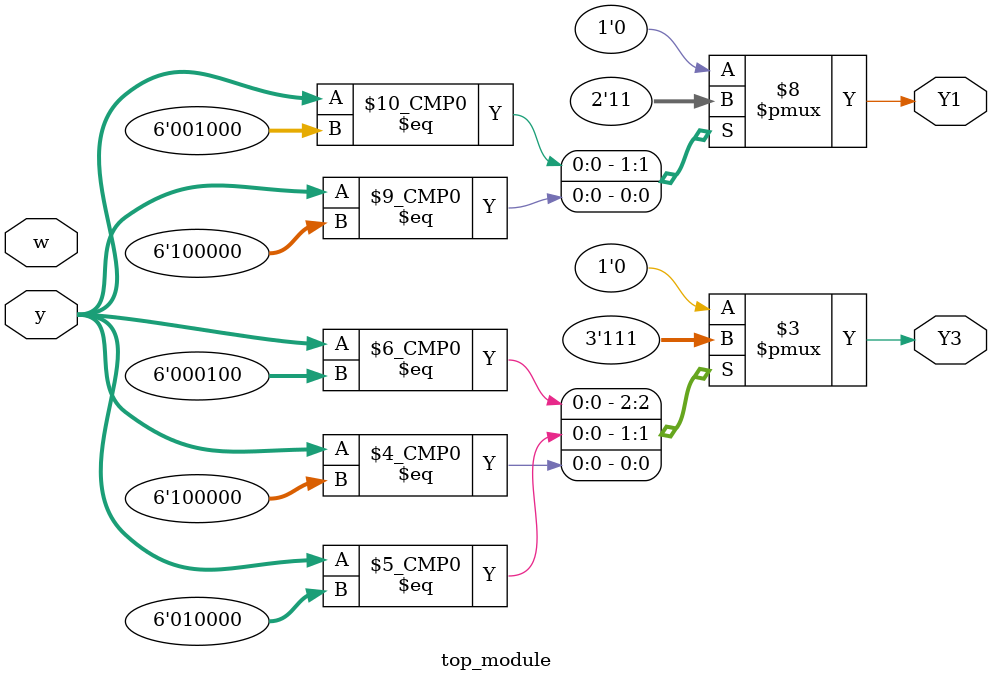
<source format=sv>
module top_module (
  input [5:0] y,
  input w,
  output reg Y1,
  output reg Y3
);

always @(y) begin
  case (y)
    6'b000001: begin  // State A
      Y1 <= 1'b0;
      Y3 <= 1'b0;
    end
    
    6'b000010: begin  // State B
      Y1 <= 1'b0;
      Y3 <= 1'b0;
    end
    
    6'b000100: begin  // State C
      Y1 <= 1'b0;
      Y3 <= 1'b1;
    end
    
    6'b001000: begin  // State D
      Y1 <= 1'b1;
      Y3 <= 1'b0;
    end
    
    6'b010000: begin  // State E
      Y1 <= 1'b0;
      Y3 <= 1'b1;
    end
    
    6'b100000: begin  // State F
      Y1 <= 1'b1;
      Y3 <= 1'b1;
    end
    
    default: begin
      Y1 <= 1'b0;
      Y3 <= 1'b0;
    end
  endcase
end

endmodule

</source>
